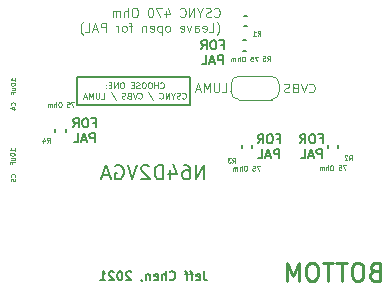
<source format=gbr>
G04 #@! TF.GenerationSoftware,KiCad,Pcbnew,(5.1.10-1-10_14)*
G04 #@! TF.CreationDate,2021-10-04T15:41:53-04:00*
G04 #@! TF.ProjectId,N64D2VGA,4e363444-3256-4474-912e-6b696361645f,1*
G04 #@! TF.SameCoordinates,Original*
G04 #@! TF.FileFunction,Legend,Bot*
G04 #@! TF.FilePolarity,Positive*
%FSLAX46Y46*%
G04 Gerber Fmt 4.6, Leading zero omitted, Abs format (unit mm)*
G04 Created by KiCad (PCBNEW (5.1.10-1-10_14)) date 2021-10-04 15:41:53*
%MOMM*%
%LPD*%
G01*
G04 APERTURE LIST*
%ADD10C,0.250000*%
%ADD11C,0.100000*%
%ADD12C,0.127000*%
%ADD13C,0.200000*%
%ADD14C,0.125000*%
%ADD15C,0.120000*%
%ADD16C,0.098425*%
%ADD17C,1.801600*%
%ADD18C,4.167600*%
%ADD19C,0.152400*%
%ADD20O,3.117600X1.609600*%
G04 APERTURE END LIST*
D10*
X159624285Y-115122857D02*
X159410000Y-115194285D01*
X159338571Y-115265714D01*
X159267142Y-115408571D01*
X159267142Y-115622857D01*
X159338571Y-115765714D01*
X159410000Y-115837142D01*
X159552857Y-115908571D01*
X160124285Y-115908571D01*
X160124285Y-114408571D01*
X159624285Y-114408571D01*
X159481428Y-114480000D01*
X159410000Y-114551428D01*
X159338571Y-114694285D01*
X159338571Y-114837142D01*
X159410000Y-114980000D01*
X159481428Y-115051428D01*
X159624285Y-115122857D01*
X160124285Y-115122857D01*
X158338571Y-114408571D02*
X158052857Y-114408571D01*
X157910000Y-114480000D01*
X157767142Y-114622857D01*
X157695714Y-114908571D01*
X157695714Y-115408571D01*
X157767142Y-115694285D01*
X157910000Y-115837142D01*
X158052857Y-115908571D01*
X158338571Y-115908571D01*
X158481428Y-115837142D01*
X158624285Y-115694285D01*
X158695714Y-115408571D01*
X158695714Y-114908571D01*
X158624285Y-114622857D01*
X158481428Y-114480000D01*
X158338571Y-114408571D01*
X157267142Y-114408571D02*
X156410000Y-114408571D01*
X156838571Y-115908571D02*
X156838571Y-114408571D01*
X156124285Y-114408571D02*
X155267142Y-114408571D01*
X155695714Y-115908571D02*
X155695714Y-114408571D01*
X154481428Y-114408571D02*
X154195714Y-114408571D01*
X154052857Y-114480000D01*
X153910000Y-114622857D01*
X153838571Y-114908571D01*
X153838571Y-115408571D01*
X153910000Y-115694285D01*
X154052857Y-115837142D01*
X154195714Y-115908571D01*
X154481428Y-115908571D01*
X154624285Y-115837142D01*
X154767142Y-115694285D01*
X154838571Y-115408571D01*
X154838571Y-114908571D01*
X154767142Y-114622857D01*
X154624285Y-114480000D01*
X154481428Y-114408571D01*
X153195714Y-115908571D02*
X153195714Y-114408571D01*
X152695714Y-115480000D01*
X152195714Y-114408571D01*
X152195714Y-115908571D01*
D11*
X129210952Y-99021428D02*
X129210952Y-98792857D01*
X129210952Y-98907142D02*
X128810952Y-98907142D01*
X128868095Y-98869047D01*
X128906190Y-98830952D01*
X128925238Y-98792857D01*
X128810952Y-99269047D02*
X128810952Y-99307142D01*
X128830000Y-99345238D01*
X128849047Y-99364285D01*
X128887142Y-99383333D01*
X128963333Y-99402380D01*
X129058571Y-99402380D01*
X129134761Y-99383333D01*
X129172857Y-99364285D01*
X129191904Y-99345238D01*
X129210952Y-99307142D01*
X129210952Y-99269047D01*
X129191904Y-99230952D01*
X129172857Y-99211904D01*
X129134761Y-99192857D01*
X129058571Y-99173809D01*
X128963333Y-99173809D01*
X128887142Y-99192857D01*
X128849047Y-99211904D01*
X128830000Y-99230952D01*
X128810952Y-99269047D01*
X128944285Y-99745238D02*
X129210952Y-99745238D01*
X128944285Y-99573809D02*
X129153809Y-99573809D01*
X129191904Y-99592857D01*
X129210952Y-99630952D01*
X129210952Y-99688095D01*
X129191904Y-99726190D01*
X129172857Y-99745238D01*
X129001428Y-100069047D02*
X129001428Y-99935714D01*
X129210952Y-99935714D02*
X128810952Y-99935714D01*
X128810952Y-100126190D01*
X129160952Y-104951428D02*
X129160952Y-104722857D01*
X129160952Y-104837142D02*
X128760952Y-104837142D01*
X128818095Y-104799047D01*
X128856190Y-104760952D01*
X128875238Y-104722857D01*
X128760952Y-105199047D02*
X128760952Y-105237142D01*
X128780000Y-105275238D01*
X128799047Y-105294285D01*
X128837142Y-105313333D01*
X128913333Y-105332380D01*
X129008571Y-105332380D01*
X129084761Y-105313333D01*
X129122857Y-105294285D01*
X129141904Y-105275238D01*
X129160952Y-105237142D01*
X129160952Y-105199047D01*
X129141904Y-105160952D01*
X129122857Y-105141904D01*
X129084761Y-105122857D01*
X129008571Y-105103809D01*
X128913333Y-105103809D01*
X128837142Y-105122857D01*
X128799047Y-105141904D01*
X128780000Y-105160952D01*
X128760952Y-105199047D01*
X128894285Y-105675238D02*
X129160952Y-105675238D01*
X128894285Y-105503809D02*
X129103809Y-105503809D01*
X129141904Y-105522857D01*
X129160952Y-105560952D01*
X129160952Y-105618095D01*
X129141904Y-105656190D01*
X129122857Y-105675238D01*
X128951428Y-105999047D02*
X128951428Y-105865714D01*
X129160952Y-105865714D02*
X128760952Y-105865714D01*
X128760952Y-106056190D01*
X134223333Y-100800952D02*
X133956666Y-100800952D01*
X134128095Y-101200952D01*
X133613809Y-100800952D02*
X133804285Y-100800952D01*
X133823333Y-100991428D01*
X133804285Y-100972380D01*
X133766190Y-100953333D01*
X133670952Y-100953333D01*
X133632857Y-100972380D01*
X133613809Y-100991428D01*
X133594761Y-101029523D01*
X133594761Y-101124761D01*
X133613809Y-101162857D01*
X133632857Y-101181904D01*
X133670952Y-101200952D01*
X133766190Y-101200952D01*
X133804285Y-101181904D01*
X133823333Y-101162857D01*
X133042380Y-100800952D02*
X132966190Y-100800952D01*
X132928095Y-100820000D01*
X132890000Y-100858095D01*
X132870952Y-100934285D01*
X132870952Y-101067619D01*
X132890000Y-101143809D01*
X132928095Y-101181904D01*
X132966190Y-101200952D01*
X133042380Y-101200952D01*
X133080476Y-101181904D01*
X133118571Y-101143809D01*
X133137619Y-101067619D01*
X133137619Y-100934285D01*
X133118571Y-100858095D01*
X133080476Y-100820000D01*
X133042380Y-100800952D01*
X132699523Y-101200952D02*
X132699523Y-100800952D01*
X132528095Y-101200952D02*
X132528095Y-100991428D01*
X132547142Y-100953333D01*
X132585238Y-100934285D01*
X132642380Y-100934285D01*
X132680476Y-100953333D01*
X132699523Y-100972380D01*
X132337619Y-101200952D02*
X132337619Y-100934285D01*
X132337619Y-100972380D02*
X132318571Y-100953333D01*
X132280476Y-100934285D01*
X132223333Y-100934285D01*
X132185238Y-100953333D01*
X132166190Y-100991428D01*
X132166190Y-101200952D01*
X132166190Y-100991428D02*
X132147142Y-100953333D01*
X132109047Y-100934285D01*
X132051904Y-100934285D01*
X132013809Y-100953333D01*
X131994761Y-100991428D01*
X131994761Y-101200952D01*
X157223333Y-106160952D02*
X156956666Y-106160952D01*
X157128095Y-106560952D01*
X156613809Y-106160952D02*
X156804285Y-106160952D01*
X156823333Y-106351428D01*
X156804285Y-106332380D01*
X156766190Y-106313333D01*
X156670952Y-106313333D01*
X156632857Y-106332380D01*
X156613809Y-106351428D01*
X156594761Y-106389523D01*
X156594761Y-106484761D01*
X156613809Y-106522857D01*
X156632857Y-106541904D01*
X156670952Y-106560952D01*
X156766190Y-106560952D01*
X156804285Y-106541904D01*
X156823333Y-106522857D01*
X156042380Y-106160952D02*
X155966190Y-106160952D01*
X155928095Y-106180000D01*
X155890000Y-106218095D01*
X155870952Y-106294285D01*
X155870952Y-106427619D01*
X155890000Y-106503809D01*
X155928095Y-106541904D01*
X155966190Y-106560952D01*
X156042380Y-106560952D01*
X156080476Y-106541904D01*
X156118571Y-106503809D01*
X156137619Y-106427619D01*
X156137619Y-106294285D01*
X156118571Y-106218095D01*
X156080476Y-106180000D01*
X156042380Y-106160952D01*
X155699523Y-106560952D02*
X155699523Y-106160952D01*
X155528095Y-106560952D02*
X155528095Y-106351428D01*
X155547142Y-106313333D01*
X155585238Y-106294285D01*
X155642380Y-106294285D01*
X155680476Y-106313333D01*
X155699523Y-106332380D01*
X155337619Y-106560952D02*
X155337619Y-106294285D01*
X155337619Y-106332380D02*
X155318571Y-106313333D01*
X155280476Y-106294285D01*
X155223333Y-106294285D01*
X155185238Y-106313333D01*
X155166190Y-106351428D01*
X155166190Y-106560952D01*
X155166190Y-106351428D02*
X155147142Y-106313333D01*
X155109047Y-106294285D01*
X155051904Y-106294285D01*
X155013809Y-106313333D01*
X154994761Y-106351428D01*
X154994761Y-106560952D01*
X149913333Y-106190952D02*
X149646666Y-106190952D01*
X149818095Y-106590952D01*
X149303809Y-106190952D02*
X149494285Y-106190952D01*
X149513333Y-106381428D01*
X149494285Y-106362380D01*
X149456190Y-106343333D01*
X149360952Y-106343333D01*
X149322857Y-106362380D01*
X149303809Y-106381428D01*
X149284761Y-106419523D01*
X149284761Y-106514761D01*
X149303809Y-106552857D01*
X149322857Y-106571904D01*
X149360952Y-106590952D01*
X149456190Y-106590952D01*
X149494285Y-106571904D01*
X149513333Y-106552857D01*
X148732380Y-106190952D02*
X148656190Y-106190952D01*
X148618095Y-106210000D01*
X148580000Y-106248095D01*
X148560952Y-106324285D01*
X148560952Y-106457619D01*
X148580000Y-106533809D01*
X148618095Y-106571904D01*
X148656190Y-106590952D01*
X148732380Y-106590952D01*
X148770476Y-106571904D01*
X148808571Y-106533809D01*
X148827619Y-106457619D01*
X148827619Y-106324285D01*
X148808571Y-106248095D01*
X148770476Y-106210000D01*
X148732380Y-106190952D01*
X148389523Y-106590952D02*
X148389523Y-106190952D01*
X148218095Y-106590952D02*
X148218095Y-106381428D01*
X148237142Y-106343333D01*
X148275238Y-106324285D01*
X148332380Y-106324285D01*
X148370476Y-106343333D01*
X148389523Y-106362380D01*
X148027619Y-106590952D02*
X148027619Y-106324285D01*
X148027619Y-106362380D02*
X148008571Y-106343333D01*
X147970476Y-106324285D01*
X147913333Y-106324285D01*
X147875238Y-106343333D01*
X147856190Y-106381428D01*
X147856190Y-106590952D01*
X147856190Y-106381428D02*
X147837142Y-106343333D01*
X147799047Y-106324285D01*
X147741904Y-106324285D01*
X147703809Y-106343333D01*
X147684761Y-106381428D01*
X147684761Y-106590952D01*
X149743333Y-96940952D02*
X149476666Y-96940952D01*
X149648095Y-97340952D01*
X149133809Y-96940952D02*
X149324285Y-96940952D01*
X149343333Y-97131428D01*
X149324285Y-97112380D01*
X149286190Y-97093333D01*
X149190952Y-97093333D01*
X149152857Y-97112380D01*
X149133809Y-97131428D01*
X149114761Y-97169523D01*
X149114761Y-97264761D01*
X149133809Y-97302857D01*
X149152857Y-97321904D01*
X149190952Y-97340952D01*
X149286190Y-97340952D01*
X149324285Y-97321904D01*
X149343333Y-97302857D01*
X148562380Y-96940952D02*
X148486190Y-96940952D01*
X148448095Y-96960000D01*
X148410000Y-96998095D01*
X148390952Y-97074285D01*
X148390952Y-97207619D01*
X148410000Y-97283809D01*
X148448095Y-97321904D01*
X148486190Y-97340952D01*
X148562380Y-97340952D01*
X148600476Y-97321904D01*
X148638571Y-97283809D01*
X148657619Y-97207619D01*
X148657619Y-97074285D01*
X148638571Y-96998095D01*
X148600476Y-96960000D01*
X148562380Y-96940952D01*
X148219523Y-97340952D02*
X148219523Y-96940952D01*
X148048095Y-97340952D02*
X148048095Y-97131428D01*
X148067142Y-97093333D01*
X148105238Y-97074285D01*
X148162380Y-97074285D01*
X148200476Y-97093333D01*
X148219523Y-97112380D01*
X147857619Y-97340952D02*
X147857619Y-97074285D01*
X147857619Y-97112380D02*
X147838571Y-97093333D01*
X147800476Y-97074285D01*
X147743333Y-97074285D01*
X147705238Y-97093333D01*
X147686190Y-97131428D01*
X147686190Y-97340952D01*
X147686190Y-97131428D02*
X147667142Y-97093333D01*
X147629047Y-97074285D01*
X147571904Y-97074285D01*
X147533809Y-97093333D01*
X147514761Y-97131428D01*
X147514761Y-97340952D01*
D12*
X146611285Y-95920571D02*
X146865285Y-95920571D01*
X146865285Y-96319714D02*
X146865285Y-95557714D01*
X146502428Y-95557714D01*
X146067000Y-95557714D02*
X145921857Y-95557714D01*
X145849285Y-95594000D01*
X145776714Y-95666571D01*
X145740428Y-95811714D01*
X145740428Y-96065714D01*
X145776714Y-96210857D01*
X145849285Y-96283428D01*
X145921857Y-96319714D01*
X146067000Y-96319714D01*
X146139571Y-96283428D01*
X146212142Y-96210857D01*
X146248428Y-96065714D01*
X146248428Y-95811714D01*
X146212142Y-95666571D01*
X146139571Y-95594000D01*
X146067000Y-95557714D01*
X144978428Y-96319714D02*
X145232428Y-95956857D01*
X145413857Y-96319714D02*
X145413857Y-95557714D01*
X145123571Y-95557714D01*
X145051000Y-95594000D01*
X145014714Y-95630285D01*
X144978428Y-95702857D01*
X144978428Y-95811714D01*
X145014714Y-95884285D01*
X145051000Y-95920571D01*
X145123571Y-95956857D01*
X145413857Y-95956857D01*
X146774571Y-97589714D02*
X146774571Y-96827714D01*
X146484285Y-96827714D01*
X146411714Y-96864000D01*
X146375428Y-96900285D01*
X146339142Y-96972857D01*
X146339142Y-97081714D01*
X146375428Y-97154285D01*
X146411714Y-97190571D01*
X146484285Y-97226857D01*
X146774571Y-97226857D01*
X146048857Y-97372000D02*
X145686000Y-97372000D01*
X146121428Y-97589714D02*
X145867428Y-96827714D01*
X145613428Y-97589714D01*
X144996571Y-97589714D02*
X145359428Y-97589714D01*
X145359428Y-96827714D01*
X154981285Y-103870571D02*
X155235285Y-103870571D01*
X155235285Y-104269714D02*
X155235285Y-103507714D01*
X154872428Y-103507714D01*
X154437000Y-103507714D02*
X154291857Y-103507714D01*
X154219285Y-103544000D01*
X154146714Y-103616571D01*
X154110428Y-103761714D01*
X154110428Y-104015714D01*
X154146714Y-104160857D01*
X154219285Y-104233428D01*
X154291857Y-104269714D01*
X154437000Y-104269714D01*
X154509571Y-104233428D01*
X154582142Y-104160857D01*
X154618428Y-104015714D01*
X154618428Y-103761714D01*
X154582142Y-103616571D01*
X154509571Y-103544000D01*
X154437000Y-103507714D01*
X153348428Y-104269714D02*
X153602428Y-103906857D01*
X153783857Y-104269714D02*
X153783857Y-103507714D01*
X153493571Y-103507714D01*
X153421000Y-103544000D01*
X153384714Y-103580285D01*
X153348428Y-103652857D01*
X153348428Y-103761714D01*
X153384714Y-103834285D01*
X153421000Y-103870571D01*
X153493571Y-103906857D01*
X153783857Y-103906857D01*
X155144571Y-105539714D02*
X155144571Y-104777714D01*
X154854285Y-104777714D01*
X154781714Y-104814000D01*
X154745428Y-104850285D01*
X154709142Y-104922857D01*
X154709142Y-105031714D01*
X154745428Y-105104285D01*
X154781714Y-105140571D01*
X154854285Y-105176857D01*
X155144571Y-105176857D01*
X154418857Y-105322000D02*
X154056000Y-105322000D01*
X154491428Y-105539714D02*
X154237428Y-104777714D01*
X153983428Y-105539714D01*
X153366571Y-105539714D02*
X153729428Y-105539714D01*
X153729428Y-104777714D01*
X151391285Y-103880571D02*
X151645285Y-103880571D01*
X151645285Y-104279714D02*
X151645285Y-103517714D01*
X151282428Y-103517714D01*
X150847000Y-103517714D02*
X150701857Y-103517714D01*
X150629285Y-103554000D01*
X150556714Y-103626571D01*
X150520428Y-103771714D01*
X150520428Y-104025714D01*
X150556714Y-104170857D01*
X150629285Y-104243428D01*
X150701857Y-104279714D01*
X150847000Y-104279714D01*
X150919571Y-104243428D01*
X150992142Y-104170857D01*
X151028428Y-104025714D01*
X151028428Y-103771714D01*
X150992142Y-103626571D01*
X150919571Y-103554000D01*
X150847000Y-103517714D01*
X149758428Y-104279714D02*
X150012428Y-103916857D01*
X150193857Y-104279714D02*
X150193857Y-103517714D01*
X149903571Y-103517714D01*
X149831000Y-103554000D01*
X149794714Y-103590285D01*
X149758428Y-103662857D01*
X149758428Y-103771714D01*
X149794714Y-103844285D01*
X149831000Y-103880571D01*
X149903571Y-103916857D01*
X150193857Y-103916857D01*
X151554571Y-105549714D02*
X151554571Y-104787714D01*
X151264285Y-104787714D01*
X151191714Y-104824000D01*
X151155428Y-104860285D01*
X151119142Y-104932857D01*
X151119142Y-105041714D01*
X151155428Y-105114285D01*
X151191714Y-105150571D01*
X151264285Y-105186857D01*
X151554571Y-105186857D01*
X150828857Y-105332000D02*
X150466000Y-105332000D01*
X150901428Y-105549714D02*
X150647428Y-104787714D01*
X150393428Y-105549714D01*
X149776571Y-105549714D02*
X150139428Y-105549714D01*
X150139428Y-104787714D01*
X135771285Y-102540571D02*
X136025285Y-102540571D01*
X136025285Y-102939714D02*
X136025285Y-102177714D01*
X135662428Y-102177714D01*
X135227000Y-102177714D02*
X135081857Y-102177714D01*
X135009285Y-102214000D01*
X134936714Y-102286571D01*
X134900428Y-102431714D01*
X134900428Y-102685714D01*
X134936714Y-102830857D01*
X135009285Y-102903428D01*
X135081857Y-102939714D01*
X135227000Y-102939714D01*
X135299571Y-102903428D01*
X135372142Y-102830857D01*
X135408428Y-102685714D01*
X135408428Y-102431714D01*
X135372142Y-102286571D01*
X135299571Y-102214000D01*
X135227000Y-102177714D01*
X134138428Y-102939714D02*
X134392428Y-102576857D01*
X134573857Y-102939714D02*
X134573857Y-102177714D01*
X134283571Y-102177714D01*
X134211000Y-102214000D01*
X134174714Y-102250285D01*
X134138428Y-102322857D01*
X134138428Y-102431714D01*
X134174714Y-102504285D01*
X134211000Y-102540571D01*
X134283571Y-102576857D01*
X134573857Y-102576857D01*
X135934571Y-104209714D02*
X135934571Y-103447714D01*
X135644285Y-103447714D01*
X135571714Y-103484000D01*
X135535428Y-103520285D01*
X135499142Y-103592857D01*
X135499142Y-103701714D01*
X135535428Y-103774285D01*
X135571714Y-103810571D01*
X135644285Y-103846857D01*
X135934571Y-103846857D01*
X135208857Y-103992000D02*
X134846000Y-103992000D01*
X135281428Y-104209714D02*
X135027428Y-103447714D01*
X134773428Y-104209714D01*
X134156571Y-104209714D02*
X134519428Y-104209714D01*
X134519428Y-103447714D01*
X144020000Y-101050000D02*
X144020000Y-98650000D01*
X134450000Y-101050000D02*
X144020000Y-101050000D01*
X134450000Y-98650000D02*
X134450000Y-101050000D01*
X144020000Y-98650000D02*
X134450000Y-98650000D01*
X145183571Y-115102714D02*
X145183571Y-115647000D01*
X145219857Y-115755857D01*
X145292428Y-115828428D01*
X145401285Y-115864714D01*
X145473857Y-115864714D01*
X144530428Y-115828428D02*
X144603000Y-115864714D01*
X144748142Y-115864714D01*
X144820714Y-115828428D01*
X144857000Y-115755857D01*
X144857000Y-115465571D01*
X144820714Y-115393000D01*
X144748142Y-115356714D01*
X144603000Y-115356714D01*
X144530428Y-115393000D01*
X144494142Y-115465571D01*
X144494142Y-115538142D01*
X144857000Y-115610714D01*
X144276428Y-115356714D02*
X143986142Y-115356714D01*
X144167571Y-115864714D02*
X144167571Y-115211571D01*
X144131285Y-115139000D01*
X144058714Y-115102714D01*
X143986142Y-115102714D01*
X143841000Y-115356714D02*
X143550714Y-115356714D01*
X143732142Y-115864714D02*
X143732142Y-115211571D01*
X143695857Y-115139000D01*
X143623285Y-115102714D01*
X143550714Y-115102714D01*
X142280714Y-115792142D02*
X142317000Y-115828428D01*
X142425857Y-115864714D01*
X142498428Y-115864714D01*
X142607285Y-115828428D01*
X142679857Y-115755857D01*
X142716142Y-115683285D01*
X142752428Y-115538142D01*
X142752428Y-115429285D01*
X142716142Y-115284142D01*
X142679857Y-115211571D01*
X142607285Y-115139000D01*
X142498428Y-115102714D01*
X142425857Y-115102714D01*
X142317000Y-115139000D01*
X142280714Y-115175285D01*
X141954142Y-115864714D02*
X141954142Y-115102714D01*
X141627571Y-115864714D02*
X141627571Y-115465571D01*
X141663857Y-115393000D01*
X141736428Y-115356714D01*
X141845285Y-115356714D01*
X141917857Y-115393000D01*
X141954142Y-115429285D01*
X140974428Y-115828428D02*
X141047000Y-115864714D01*
X141192142Y-115864714D01*
X141264714Y-115828428D01*
X141301000Y-115755857D01*
X141301000Y-115465571D01*
X141264714Y-115393000D01*
X141192142Y-115356714D01*
X141047000Y-115356714D01*
X140974428Y-115393000D01*
X140938142Y-115465571D01*
X140938142Y-115538142D01*
X141301000Y-115610714D01*
X140611571Y-115356714D02*
X140611571Y-115864714D01*
X140611571Y-115429285D02*
X140575285Y-115393000D01*
X140502714Y-115356714D01*
X140393857Y-115356714D01*
X140321285Y-115393000D01*
X140285000Y-115465571D01*
X140285000Y-115864714D01*
X139885857Y-115828428D02*
X139885857Y-115864714D01*
X139922142Y-115937285D01*
X139958428Y-115973571D01*
X139015000Y-115175285D02*
X138978714Y-115139000D01*
X138906142Y-115102714D01*
X138724714Y-115102714D01*
X138652142Y-115139000D01*
X138615857Y-115175285D01*
X138579571Y-115247857D01*
X138579571Y-115320428D01*
X138615857Y-115429285D01*
X139051285Y-115864714D01*
X138579571Y-115864714D01*
X138107857Y-115102714D02*
X138035285Y-115102714D01*
X137962714Y-115139000D01*
X137926428Y-115175285D01*
X137890142Y-115247857D01*
X137853857Y-115393000D01*
X137853857Y-115574428D01*
X137890142Y-115719571D01*
X137926428Y-115792142D01*
X137962714Y-115828428D01*
X138035285Y-115864714D01*
X138107857Y-115864714D01*
X138180428Y-115828428D01*
X138216714Y-115792142D01*
X138253000Y-115719571D01*
X138289285Y-115574428D01*
X138289285Y-115393000D01*
X138253000Y-115247857D01*
X138216714Y-115175285D01*
X138180428Y-115139000D01*
X138107857Y-115102714D01*
X137563571Y-115175285D02*
X137527285Y-115139000D01*
X137454714Y-115102714D01*
X137273285Y-115102714D01*
X137200714Y-115139000D01*
X137164428Y-115175285D01*
X137128142Y-115247857D01*
X137128142Y-115320428D01*
X137164428Y-115429285D01*
X137599857Y-115864714D01*
X137128142Y-115864714D01*
X136402428Y-115864714D02*
X136837857Y-115864714D01*
X136620142Y-115864714D02*
X136620142Y-115102714D01*
X136692714Y-115211571D01*
X136765285Y-115284142D01*
X136837857Y-115320428D01*
D13*
X145235714Y-107322857D02*
X145235714Y-106122857D01*
X144550000Y-107322857D01*
X144550000Y-106122857D01*
X143464285Y-106122857D02*
X143692857Y-106122857D01*
X143807142Y-106180000D01*
X143864285Y-106237142D01*
X143978571Y-106408571D01*
X144035714Y-106637142D01*
X144035714Y-107094285D01*
X143978571Y-107208571D01*
X143921428Y-107265714D01*
X143807142Y-107322857D01*
X143578571Y-107322857D01*
X143464285Y-107265714D01*
X143407142Y-107208571D01*
X143350000Y-107094285D01*
X143350000Y-106808571D01*
X143407142Y-106694285D01*
X143464285Y-106637142D01*
X143578571Y-106580000D01*
X143807142Y-106580000D01*
X143921428Y-106637142D01*
X143978571Y-106694285D01*
X144035714Y-106808571D01*
X142321428Y-106522857D02*
X142321428Y-107322857D01*
X142607142Y-106065714D02*
X142892857Y-106922857D01*
X142150000Y-106922857D01*
X141692857Y-107322857D02*
X141692857Y-106122857D01*
X141407142Y-106122857D01*
X141235714Y-106180000D01*
X141121428Y-106294285D01*
X141064285Y-106408571D01*
X141007142Y-106637142D01*
X141007142Y-106808571D01*
X141064285Y-107037142D01*
X141121428Y-107151428D01*
X141235714Y-107265714D01*
X141407142Y-107322857D01*
X141692857Y-107322857D01*
X140550000Y-106237142D02*
X140492857Y-106180000D01*
X140378571Y-106122857D01*
X140092857Y-106122857D01*
X139978571Y-106180000D01*
X139921428Y-106237142D01*
X139864285Y-106351428D01*
X139864285Y-106465714D01*
X139921428Y-106637142D01*
X140607142Y-107322857D01*
X139864285Y-107322857D01*
X139521428Y-106122857D02*
X139121428Y-107322857D01*
X138721428Y-106122857D01*
X137692857Y-106180000D02*
X137807142Y-106122857D01*
X137978571Y-106122857D01*
X138150000Y-106180000D01*
X138264285Y-106294285D01*
X138321428Y-106408571D01*
X138378571Y-106637142D01*
X138378571Y-106808571D01*
X138321428Y-107037142D01*
X138264285Y-107151428D01*
X138150000Y-107265714D01*
X137978571Y-107322857D01*
X137864285Y-107322857D01*
X137692857Y-107265714D01*
X137635714Y-107208571D01*
X137635714Y-106808571D01*
X137864285Y-106808571D01*
X137178571Y-106980000D02*
X136607142Y-106980000D01*
X137292857Y-107322857D02*
X136892857Y-106122857D01*
X136492857Y-107322857D01*
D14*
X141494761Y-99581071D02*
X141518571Y-99604880D01*
X141590000Y-99628690D01*
X141637619Y-99628690D01*
X141709047Y-99604880D01*
X141756666Y-99557261D01*
X141780476Y-99509642D01*
X141804285Y-99414404D01*
X141804285Y-99342976D01*
X141780476Y-99247738D01*
X141756666Y-99200119D01*
X141709047Y-99152500D01*
X141637619Y-99128690D01*
X141590000Y-99128690D01*
X141518571Y-99152500D01*
X141494761Y-99176309D01*
X141280476Y-99628690D02*
X141280476Y-99128690D01*
X141280476Y-99366785D02*
X140994761Y-99366785D01*
X140994761Y-99628690D02*
X140994761Y-99128690D01*
X140661428Y-99128690D02*
X140566190Y-99128690D01*
X140518571Y-99152500D01*
X140470952Y-99200119D01*
X140447142Y-99295357D01*
X140447142Y-99462023D01*
X140470952Y-99557261D01*
X140518571Y-99604880D01*
X140566190Y-99628690D01*
X140661428Y-99628690D01*
X140709047Y-99604880D01*
X140756666Y-99557261D01*
X140780476Y-99462023D01*
X140780476Y-99295357D01*
X140756666Y-99200119D01*
X140709047Y-99152500D01*
X140661428Y-99128690D01*
X140137619Y-99128690D02*
X140042380Y-99128690D01*
X139994761Y-99152500D01*
X139947142Y-99200119D01*
X139923333Y-99295357D01*
X139923333Y-99462023D01*
X139947142Y-99557261D01*
X139994761Y-99604880D01*
X140042380Y-99628690D01*
X140137619Y-99628690D01*
X140185238Y-99604880D01*
X140232857Y-99557261D01*
X140256666Y-99462023D01*
X140256666Y-99295357D01*
X140232857Y-99200119D01*
X140185238Y-99152500D01*
X140137619Y-99128690D01*
X139732857Y-99604880D02*
X139661428Y-99628690D01*
X139542380Y-99628690D01*
X139494761Y-99604880D01*
X139470952Y-99581071D01*
X139447142Y-99533452D01*
X139447142Y-99485833D01*
X139470952Y-99438214D01*
X139494761Y-99414404D01*
X139542380Y-99390595D01*
X139637619Y-99366785D01*
X139685238Y-99342976D01*
X139709047Y-99319166D01*
X139732857Y-99271547D01*
X139732857Y-99223928D01*
X139709047Y-99176309D01*
X139685238Y-99152500D01*
X139637619Y-99128690D01*
X139518571Y-99128690D01*
X139447142Y-99152500D01*
X139232857Y-99366785D02*
X139066190Y-99366785D01*
X138994761Y-99628690D02*
X139232857Y-99628690D01*
X139232857Y-99128690D01*
X138994761Y-99128690D01*
X138304285Y-99128690D02*
X138209047Y-99128690D01*
X138161428Y-99152500D01*
X138113809Y-99200119D01*
X138090000Y-99295357D01*
X138090000Y-99462023D01*
X138113809Y-99557261D01*
X138161428Y-99604880D01*
X138209047Y-99628690D01*
X138304285Y-99628690D01*
X138351904Y-99604880D01*
X138399523Y-99557261D01*
X138423333Y-99462023D01*
X138423333Y-99295357D01*
X138399523Y-99200119D01*
X138351904Y-99152500D01*
X138304285Y-99128690D01*
X137875714Y-99628690D02*
X137875714Y-99128690D01*
X137590000Y-99628690D01*
X137590000Y-99128690D01*
X137351904Y-99366785D02*
X137185238Y-99366785D01*
X137113809Y-99628690D02*
X137351904Y-99628690D01*
X137351904Y-99128690D01*
X137113809Y-99128690D01*
X136899523Y-99581071D02*
X136875714Y-99604880D01*
X136899523Y-99628690D01*
X136923333Y-99604880D01*
X136899523Y-99581071D01*
X136899523Y-99628690D01*
X136899523Y-99319166D02*
X136875714Y-99342976D01*
X136899523Y-99366785D01*
X136923333Y-99342976D01*
X136899523Y-99319166D01*
X136899523Y-99366785D01*
X143351904Y-100456071D02*
X143375714Y-100479880D01*
X143447142Y-100503690D01*
X143494761Y-100503690D01*
X143566190Y-100479880D01*
X143613809Y-100432261D01*
X143637619Y-100384642D01*
X143661428Y-100289404D01*
X143661428Y-100217976D01*
X143637619Y-100122738D01*
X143613809Y-100075119D01*
X143566190Y-100027500D01*
X143494761Y-100003690D01*
X143447142Y-100003690D01*
X143375714Y-100027500D01*
X143351904Y-100051309D01*
X143161428Y-100479880D02*
X143090000Y-100503690D01*
X142970952Y-100503690D01*
X142923333Y-100479880D01*
X142899523Y-100456071D01*
X142875714Y-100408452D01*
X142875714Y-100360833D01*
X142899523Y-100313214D01*
X142923333Y-100289404D01*
X142970952Y-100265595D01*
X143066190Y-100241785D01*
X143113809Y-100217976D01*
X143137619Y-100194166D01*
X143161428Y-100146547D01*
X143161428Y-100098928D01*
X143137619Y-100051309D01*
X143113809Y-100027500D01*
X143066190Y-100003690D01*
X142947142Y-100003690D01*
X142875714Y-100027500D01*
X142566190Y-100265595D02*
X142566190Y-100503690D01*
X142732857Y-100003690D02*
X142566190Y-100265595D01*
X142399523Y-100003690D01*
X142232857Y-100503690D02*
X142232857Y-100003690D01*
X141947142Y-100503690D01*
X141947142Y-100003690D01*
X141423333Y-100456071D02*
X141447142Y-100479880D01*
X141518571Y-100503690D01*
X141566190Y-100503690D01*
X141637619Y-100479880D01*
X141685238Y-100432261D01*
X141709047Y-100384642D01*
X141732857Y-100289404D01*
X141732857Y-100217976D01*
X141709047Y-100122738D01*
X141685238Y-100075119D01*
X141637619Y-100027500D01*
X141566190Y-100003690D01*
X141518571Y-100003690D01*
X141447142Y-100027500D01*
X141423333Y-100051309D01*
X140470952Y-99979880D02*
X140899523Y-100622738D01*
X139637619Y-100456071D02*
X139661428Y-100479880D01*
X139732857Y-100503690D01*
X139780476Y-100503690D01*
X139851904Y-100479880D01*
X139899523Y-100432261D01*
X139923333Y-100384642D01*
X139947142Y-100289404D01*
X139947142Y-100217976D01*
X139923333Y-100122738D01*
X139899523Y-100075119D01*
X139851904Y-100027500D01*
X139780476Y-100003690D01*
X139732857Y-100003690D01*
X139661428Y-100027500D01*
X139637619Y-100051309D01*
X139494761Y-100003690D02*
X139328095Y-100503690D01*
X139161428Y-100003690D01*
X138828095Y-100241785D02*
X138756666Y-100265595D01*
X138732857Y-100289404D01*
X138709047Y-100337023D01*
X138709047Y-100408452D01*
X138732857Y-100456071D01*
X138756666Y-100479880D01*
X138804285Y-100503690D01*
X138994761Y-100503690D01*
X138994761Y-100003690D01*
X138828095Y-100003690D01*
X138780476Y-100027500D01*
X138756666Y-100051309D01*
X138732857Y-100098928D01*
X138732857Y-100146547D01*
X138756666Y-100194166D01*
X138780476Y-100217976D01*
X138828095Y-100241785D01*
X138994761Y-100241785D01*
X138518571Y-100479880D02*
X138447142Y-100503690D01*
X138328095Y-100503690D01*
X138280476Y-100479880D01*
X138256666Y-100456071D01*
X138232857Y-100408452D01*
X138232857Y-100360833D01*
X138256666Y-100313214D01*
X138280476Y-100289404D01*
X138328095Y-100265595D01*
X138423333Y-100241785D01*
X138470952Y-100217976D01*
X138494761Y-100194166D01*
X138518571Y-100146547D01*
X138518571Y-100098928D01*
X138494761Y-100051309D01*
X138470952Y-100027500D01*
X138423333Y-100003690D01*
X138304285Y-100003690D01*
X138232857Y-100027500D01*
X137280476Y-99979880D02*
X137709047Y-100622738D01*
X136494761Y-100503690D02*
X136732857Y-100503690D01*
X136732857Y-100003690D01*
X136328095Y-100003690D02*
X136328095Y-100408452D01*
X136304285Y-100456071D01*
X136280476Y-100479880D01*
X136232857Y-100503690D01*
X136137619Y-100503690D01*
X136090000Y-100479880D01*
X136066190Y-100456071D01*
X136042380Y-100408452D01*
X136042380Y-100003690D01*
X135804285Y-100503690D02*
X135804285Y-100003690D01*
X135637619Y-100360833D01*
X135470952Y-100003690D01*
X135470952Y-100503690D01*
X135256666Y-100360833D02*
X135018571Y-100360833D01*
X135304285Y-100503690D02*
X135137619Y-100003690D01*
X134970952Y-100503690D01*
X146061607Y-93512857D02*
X146097321Y-93548571D01*
X146204464Y-93584285D01*
X146275892Y-93584285D01*
X146383035Y-93548571D01*
X146454464Y-93477142D01*
X146490178Y-93405714D01*
X146525892Y-93262857D01*
X146525892Y-93155714D01*
X146490178Y-93012857D01*
X146454464Y-92941428D01*
X146383035Y-92870000D01*
X146275892Y-92834285D01*
X146204464Y-92834285D01*
X146097321Y-92870000D01*
X146061607Y-92905714D01*
X145775892Y-93548571D02*
X145668750Y-93584285D01*
X145490178Y-93584285D01*
X145418750Y-93548571D01*
X145383035Y-93512857D01*
X145347321Y-93441428D01*
X145347321Y-93370000D01*
X145383035Y-93298571D01*
X145418750Y-93262857D01*
X145490178Y-93227142D01*
X145633035Y-93191428D01*
X145704464Y-93155714D01*
X145740178Y-93120000D01*
X145775892Y-93048571D01*
X145775892Y-92977142D01*
X145740178Y-92905714D01*
X145704464Y-92870000D01*
X145633035Y-92834285D01*
X145454464Y-92834285D01*
X145347321Y-92870000D01*
X144883035Y-93227142D02*
X144883035Y-93584285D01*
X145133035Y-92834285D02*
X144883035Y-93227142D01*
X144633035Y-92834285D01*
X144383035Y-93584285D02*
X144383035Y-92834285D01*
X143954464Y-93584285D01*
X143954464Y-92834285D01*
X143168750Y-93512857D02*
X143204464Y-93548571D01*
X143311607Y-93584285D01*
X143383035Y-93584285D01*
X143490178Y-93548571D01*
X143561607Y-93477142D01*
X143597321Y-93405714D01*
X143633035Y-93262857D01*
X143633035Y-93155714D01*
X143597321Y-93012857D01*
X143561607Y-92941428D01*
X143490178Y-92870000D01*
X143383035Y-92834285D01*
X143311607Y-92834285D01*
X143204464Y-92870000D01*
X143168750Y-92905714D01*
X141954464Y-93084285D02*
X141954464Y-93584285D01*
X142133035Y-92798571D02*
X142311607Y-93334285D01*
X141847321Y-93334285D01*
X141633035Y-92834285D02*
X141133035Y-92834285D01*
X141454464Y-93584285D01*
X140704464Y-92834285D02*
X140633035Y-92834285D01*
X140561607Y-92870000D01*
X140525892Y-92905714D01*
X140490178Y-92977142D01*
X140454464Y-93120000D01*
X140454464Y-93298571D01*
X140490178Y-93441428D01*
X140525892Y-93512857D01*
X140561607Y-93548571D01*
X140633035Y-93584285D01*
X140704464Y-93584285D01*
X140775892Y-93548571D01*
X140811607Y-93512857D01*
X140847321Y-93441428D01*
X140883035Y-93298571D01*
X140883035Y-93120000D01*
X140847321Y-92977142D01*
X140811607Y-92905714D01*
X140775892Y-92870000D01*
X140704464Y-92834285D01*
X139418750Y-92834285D02*
X139275892Y-92834285D01*
X139204464Y-92870000D01*
X139133035Y-92941428D01*
X139097321Y-93084285D01*
X139097321Y-93334285D01*
X139133035Y-93477142D01*
X139204464Y-93548571D01*
X139275892Y-93584285D01*
X139418750Y-93584285D01*
X139490178Y-93548571D01*
X139561607Y-93477142D01*
X139597321Y-93334285D01*
X139597321Y-93084285D01*
X139561607Y-92941428D01*
X139490178Y-92870000D01*
X139418750Y-92834285D01*
X138775892Y-93584285D02*
X138775892Y-92834285D01*
X138454464Y-93584285D02*
X138454464Y-93191428D01*
X138490178Y-93120000D01*
X138561607Y-93084285D01*
X138668750Y-93084285D01*
X138740178Y-93120000D01*
X138775892Y-93155714D01*
X138097321Y-93584285D02*
X138097321Y-93084285D01*
X138097321Y-93155714D02*
X138061607Y-93120000D01*
X137990178Y-93084285D01*
X137883035Y-93084285D01*
X137811607Y-93120000D01*
X137775892Y-93191428D01*
X137775892Y-93584285D01*
X137775892Y-93191428D02*
X137740178Y-93120000D01*
X137668750Y-93084285D01*
X137561607Y-93084285D01*
X137490178Y-93120000D01*
X137454464Y-93191428D01*
X137454464Y-93584285D01*
X146275892Y-95120000D02*
X146311607Y-95084285D01*
X146383035Y-94977142D01*
X146418750Y-94905714D01*
X146454464Y-94798571D01*
X146490178Y-94620000D01*
X146490178Y-94477142D01*
X146454464Y-94298571D01*
X146418750Y-94191428D01*
X146383035Y-94120000D01*
X146311607Y-94012857D01*
X146275892Y-93977142D01*
X145633035Y-94834285D02*
X145990178Y-94834285D01*
X145990178Y-94084285D01*
X145097321Y-94798571D02*
X145168750Y-94834285D01*
X145311607Y-94834285D01*
X145383035Y-94798571D01*
X145418750Y-94727142D01*
X145418750Y-94441428D01*
X145383035Y-94370000D01*
X145311607Y-94334285D01*
X145168750Y-94334285D01*
X145097321Y-94370000D01*
X145061607Y-94441428D01*
X145061607Y-94512857D01*
X145418750Y-94584285D01*
X144418750Y-94834285D02*
X144418750Y-94441428D01*
X144454464Y-94370000D01*
X144525892Y-94334285D01*
X144668750Y-94334285D01*
X144740178Y-94370000D01*
X144418750Y-94798571D02*
X144490178Y-94834285D01*
X144668750Y-94834285D01*
X144740178Y-94798571D01*
X144775892Y-94727142D01*
X144775892Y-94655714D01*
X144740178Y-94584285D01*
X144668750Y-94548571D01*
X144490178Y-94548571D01*
X144418750Y-94512857D01*
X144133035Y-94334285D02*
X143954464Y-94834285D01*
X143775892Y-94334285D01*
X143204464Y-94798571D02*
X143275892Y-94834285D01*
X143418750Y-94834285D01*
X143490178Y-94798571D01*
X143525892Y-94727142D01*
X143525892Y-94441428D01*
X143490178Y-94370000D01*
X143418750Y-94334285D01*
X143275892Y-94334285D01*
X143204464Y-94370000D01*
X143168750Y-94441428D01*
X143168750Y-94512857D01*
X143525892Y-94584285D01*
X142168750Y-94834285D02*
X142240178Y-94798571D01*
X142275892Y-94762857D01*
X142311607Y-94691428D01*
X142311607Y-94477142D01*
X142275892Y-94405714D01*
X142240178Y-94370000D01*
X142168750Y-94334285D01*
X142061607Y-94334285D01*
X141990178Y-94370000D01*
X141954464Y-94405714D01*
X141918750Y-94477142D01*
X141918750Y-94691428D01*
X141954464Y-94762857D01*
X141990178Y-94798571D01*
X142061607Y-94834285D01*
X142168750Y-94834285D01*
X141597321Y-94334285D02*
X141597321Y-95084285D01*
X141597321Y-94370000D02*
X141525892Y-94334285D01*
X141383035Y-94334285D01*
X141311607Y-94370000D01*
X141275892Y-94405714D01*
X141240178Y-94477142D01*
X141240178Y-94691428D01*
X141275892Y-94762857D01*
X141311607Y-94798571D01*
X141383035Y-94834285D01*
X141525892Y-94834285D01*
X141597321Y-94798571D01*
X140633035Y-94798571D02*
X140704464Y-94834285D01*
X140847321Y-94834285D01*
X140918750Y-94798571D01*
X140954464Y-94727142D01*
X140954464Y-94441428D01*
X140918750Y-94370000D01*
X140847321Y-94334285D01*
X140704464Y-94334285D01*
X140633035Y-94370000D01*
X140597321Y-94441428D01*
X140597321Y-94512857D01*
X140954464Y-94584285D01*
X140275892Y-94334285D02*
X140275892Y-94834285D01*
X140275892Y-94405714D02*
X140240178Y-94370000D01*
X140168750Y-94334285D01*
X140061607Y-94334285D01*
X139990178Y-94370000D01*
X139954464Y-94441428D01*
X139954464Y-94834285D01*
X139133035Y-94334285D02*
X138847321Y-94334285D01*
X139025892Y-94834285D02*
X139025892Y-94191428D01*
X138990178Y-94120000D01*
X138918750Y-94084285D01*
X138847321Y-94084285D01*
X138490178Y-94834285D02*
X138561607Y-94798571D01*
X138597321Y-94762857D01*
X138633035Y-94691428D01*
X138633035Y-94477142D01*
X138597321Y-94405714D01*
X138561607Y-94370000D01*
X138490178Y-94334285D01*
X138383035Y-94334285D01*
X138311607Y-94370000D01*
X138275892Y-94405714D01*
X138240178Y-94477142D01*
X138240178Y-94691428D01*
X138275892Y-94762857D01*
X138311607Y-94798571D01*
X138383035Y-94834285D01*
X138490178Y-94834285D01*
X137918750Y-94834285D02*
X137918750Y-94334285D01*
X137918750Y-94477142D02*
X137883035Y-94405714D01*
X137847321Y-94370000D01*
X137775892Y-94334285D01*
X137704464Y-94334285D01*
X136883035Y-94834285D02*
X136883035Y-94084285D01*
X136597321Y-94084285D01*
X136525892Y-94120000D01*
X136490178Y-94155714D01*
X136454464Y-94227142D01*
X136454464Y-94334285D01*
X136490178Y-94405714D01*
X136525892Y-94441428D01*
X136597321Y-94477142D01*
X136883035Y-94477142D01*
X136168750Y-94620000D02*
X135811607Y-94620000D01*
X136240178Y-94834285D02*
X135990178Y-94084285D01*
X135740178Y-94834285D01*
X135133035Y-94834285D02*
X135490178Y-94834285D01*
X135490178Y-94084285D01*
X134954464Y-95120000D02*
X134918750Y-95084285D01*
X134847321Y-94977142D01*
X134811607Y-94905714D01*
X134775892Y-94798571D01*
X134740178Y-94620000D01*
X134740178Y-94477142D01*
X134775892Y-94298571D01*
X134811607Y-94191428D01*
X134847321Y-94120000D01*
X134918750Y-94012857D01*
X134954464Y-93977142D01*
X154091428Y-99907857D02*
X154127142Y-99943571D01*
X154234285Y-99979285D01*
X154305714Y-99979285D01*
X154412857Y-99943571D01*
X154484285Y-99872142D01*
X154520000Y-99800714D01*
X154555714Y-99657857D01*
X154555714Y-99550714D01*
X154520000Y-99407857D01*
X154484285Y-99336428D01*
X154412857Y-99265000D01*
X154305714Y-99229285D01*
X154234285Y-99229285D01*
X154127142Y-99265000D01*
X154091428Y-99300714D01*
X153877142Y-99229285D02*
X153627142Y-99979285D01*
X153377142Y-99229285D01*
X152877142Y-99586428D02*
X152770000Y-99622142D01*
X152734285Y-99657857D01*
X152698571Y-99729285D01*
X152698571Y-99836428D01*
X152734285Y-99907857D01*
X152770000Y-99943571D01*
X152841428Y-99979285D01*
X153127142Y-99979285D01*
X153127142Y-99229285D01*
X152877142Y-99229285D01*
X152805714Y-99265000D01*
X152770000Y-99300714D01*
X152734285Y-99372142D01*
X152734285Y-99443571D01*
X152770000Y-99515000D01*
X152805714Y-99550714D01*
X152877142Y-99586428D01*
X153127142Y-99586428D01*
X152412857Y-99943571D02*
X152305714Y-99979285D01*
X152127142Y-99979285D01*
X152055714Y-99943571D01*
X152020000Y-99907857D01*
X151984285Y-99836428D01*
X151984285Y-99765000D01*
X152020000Y-99693571D01*
X152055714Y-99657857D01*
X152127142Y-99622142D01*
X152270000Y-99586428D01*
X152341428Y-99550714D01*
X152377142Y-99515000D01*
X152412857Y-99443571D01*
X152412857Y-99372142D01*
X152377142Y-99300714D01*
X152341428Y-99265000D01*
X152270000Y-99229285D01*
X152091428Y-99229285D01*
X151984285Y-99265000D01*
X146720714Y-99939285D02*
X147077857Y-99939285D01*
X147077857Y-99189285D01*
X146470714Y-99189285D02*
X146470714Y-99796428D01*
X146435000Y-99867857D01*
X146399285Y-99903571D01*
X146327857Y-99939285D01*
X146185000Y-99939285D01*
X146113571Y-99903571D01*
X146077857Y-99867857D01*
X146042142Y-99796428D01*
X146042142Y-99189285D01*
X145685000Y-99939285D02*
X145685000Y-99189285D01*
X145435000Y-99725000D01*
X145185000Y-99189285D01*
X145185000Y-99939285D01*
X144863571Y-99725000D02*
X144506428Y-99725000D01*
X144935000Y-99939285D02*
X144685000Y-99189285D01*
X144435000Y-99939285D01*
D12*
X148750000Y-95560000D02*
X148530000Y-95560000D01*
X148750000Y-96460000D02*
X148530000Y-96460000D01*
X133520000Y-103310000D02*
X133520000Y-103090000D01*
X132620000Y-103310000D02*
X132620000Y-103090000D01*
X149270000Y-104640000D02*
X149270000Y-104420000D01*
X148370000Y-104640000D02*
X148370000Y-104420000D01*
X156570000Y-104640000D02*
X156570000Y-104420000D01*
X155670000Y-104640000D02*
X155670000Y-104420000D01*
X148590000Y-94370000D02*
X148810000Y-94370000D01*
X148590000Y-93470000D02*
X148810000Y-93470000D01*
D15*
X148170000Y-98590000D02*
G75*
G03*
X147470000Y-99290000I0J-700000D01*
G01*
X147470000Y-99890000D02*
G75*
G03*
X148170000Y-100590000I700000J0D01*
G01*
X150870000Y-100590000D02*
G75*
G03*
X151570000Y-99890000I0J700000D01*
G01*
X151570000Y-99290000D02*
G75*
G03*
X150870000Y-98590000I-700000J0D01*
G01*
X150920000Y-98590000D02*
X148120000Y-98590000D01*
X147470000Y-99290000D02*
X147470000Y-99890000D01*
X148120000Y-100590000D02*
X150920000Y-100590000D01*
X151570000Y-99890000D02*
X151570000Y-99290000D01*
D16*
X150535616Y-97298102D02*
X150666850Y-97110626D01*
X150760588Y-97298102D02*
X150760588Y-96904401D01*
X150610607Y-96904401D01*
X150573112Y-96923149D01*
X150554364Y-96941897D01*
X150535616Y-96979392D01*
X150535616Y-97035635D01*
X150554364Y-97073130D01*
X150573112Y-97091878D01*
X150610607Y-97110626D01*
X150760588Y-97110626D01*
X150179411Y-96904401D02*
X150366887Y-96904401D01*
X150385635Y-97091878D01*
X150366887Y-97073130D01*
X150329392Y-97054383D01*
X150235654Y-97054383D01*
X150198158Y-97073130D01*
X150179411Y-97091878D01*
X150160663Y-97129373D01*
X150160663Y-97223112D01*
X150179411Y-97260607D01*
X150198158Y-97279355D01*
X150235654Y-97298102D01*
X150329392Y-97298102D01*
X150366887Y-97279355D01*
X150385635Y-97260607D01*
X131905616Y-104228102D02*
X132036850Y-104040626D01*
X132130588Y-104228102D02*
X132130588Y-103834401D01*
X131980607Y-103834401D01*
X131943112Y-103853149D01*
X131924364Y-103871897D01*
X131905616Y-103909392D01*
X131905616Y-103965635D01*
X131924364Y-104003130D01*
X131943112Y-104021878D01*
X131980607Y-104040626D01*
X132130588Y-104040626D01*
X131568158Y-103965635D02*
X131568158Y-104228102D01*
X131661897Y-103815654D02*
X131755635Y-104096869D01*
X131511915Y-104096869D01*
X147585616Y-105928102D02*
X147716850Y-105740626D01*
X147810588Y-105928102D02*
X147810588Y-105534401D01*
X147660607Y-105534401D01*
X147623112Y-105553149D01*
X147604364Y-105571897D01*
X147585616Y-105609392D01*
X147585616Y-105665635D01*
X147604364Y-105703130D01*
X147623112Y-105721878D01*
X147660607Y-105740626D01*
X147810588Y-105740626D01*
X147454383Y-105534401D02*
X147210663Y-105534401D01*
X147341897Y-105684383D01*
X147285654Y-105684383D01*
X147248158Y-105703130D01*
X147229411Y-105721878D01*
X147210663Y-105759373D01*
X147210663Y-105853112D01*
X147229411Y-105890607D01*
X147248158Y-105909355D01*
X147285654Y-105928102D01*
X147398140Y-105928102D01*
X147435635Y-105909355D01*
X147454383Y-105890607D01*
X157465616Y-105708102D02*
X157596850Y-105520626D01*
X157690588Y-105708102D02*
X157690588Y-105314401D01*
X157540607Y-105314401D01*
X157503112Y-105333149D01*
X157484364Y-105351897D01*
X157465616Y-105389392D01*
X157465616Y-105445635D01*
X157484364Y-105483130D01*
X157503112Y-105501878D01*
X157540607Y-105520626D01*
X157690588Y-105520626D01*
X157315635Y-105351897D02*
X157296887Y-105333149D01*
X157259392Y-105314401D01*
X157165654Y-105314401D01*
X157128158Y-105333149D01*
X157109411Y-105351897D01*
X157090663Y-105389392D01*
X157090663Y-105426887D01*
X157109411Y-105483130D01*
X157334383Y-105708102D01*
X157090663Y-105708102D01*
X149725616Y-95168102D02*
X149856850Y-94980626D01*
X149950588Y-95168102D02*
X149950588Y-94774401D01*
X149800607Y-94774401D01*
X149763112Y-94793149D01*
X149744364Y-94811897D01*
X149725616Y-94849392D01*
X149725616Y-94905635D01*
X149744364Y-94943130D01*
X149763112Y-94961878D01*
X149800607Y-94980626D01*
X149950588Y-94980626D01*
X149350663Y-95168102D02*
X149575635Y-95168102D01*
X149463149Y-95168102D02*
X149463149Y-94774401D01*
X149500644Y-94830644D01*
X149538140Y-94868140D01*
X149575635Y-94886887D01*
X129190607Y-107134383D02*
X129209355Y-107115635D01*
X129228102Y-107059392D01*
X129228102Y-107021897D01*
X129209355Y-106965654D01*
X129171859Y-106928158D01*
X129134364Y-106909411D01*
X129059373Y-106890663D01*
X129003130Y-106890663D01*
X128928140Y-106909411D01*
X128890644Y-106928158D01*
X128853149Y-106965654D01*
X128834401Y-107021897D01*
X128834401Y-107059392D01*
X128853149Y-107115635D01*
X128871897Y-107134383D01*
X128834401Y-107490588D02*
X128834401Y-107303112D01*
X129021878Y-107284364D01*
X129003130Y-107303112D01*
X128984383Y-107340607D01*
X128984383Y-107434345D01*
X129003130Y-107471841D01*
X129021878Y-107490588D01*
X129059373Y-107509336D01*
X129153112Y-107509336D01*
X129190607Y-107490588D01*
X129209355Y-107471841D01*
X129228102Y-107434345D01*
X129228102Y-107340607D01*
X129209355Y-107303112D01*
X129190607Y-107284364D01*
X129180607Y-101069383D02*
X129199355Y-101050635D01*
X129218102Y-100994392D01*
X129218102Y-100956897D01*
X129199355Y-100900654D01*
X129161859Y-100863158D01*
X129124364Y-100844411D01*
X129049373Y-100825663D01*
X128993130Y-100825663D01*
X128918140Y-100844411D01*
X128880644Y-100863158D01*
X128843149Y-100900654D01*
X128824401Y-100956897D01*
X128824401Y-100994392D01*
X128843149Y-101050635D01*
X128861897Y-101069383D01*
X128955635Y-101406841D02*
X129218102Y-101406841D01*
X128805654Y-101313102D02*
X129086869Y-101219364D01*
X129086869Y-101463084D01*
%LPC*%
D11*
G36*
X148690000Y-100290000D02*
G01*
X150350000Y-100290000D01*
X150350000Y-98890000D01*
X148690000Y-98890000D01*
X148690000Y-100290000D01*
G37*
X148690000Y-100290000D02*
X150350000Y-100290000D01*
X150350000Y-98890000D01*
X148690000Y-98890000D01*
X148690000Y-100290000D01*
G36*
G01*
X149905800Y-95545000D02*
X149905800Y-96475000D01*
G75*
G02*
X149855000Y-96525800I-50800J0D01*
G01*
X149065000Y-96525800D01*
G75*
G02*
X149014200Y-96475000I0J50800D01*
G01*
X149014200Y-95545000D01*
G75*
G02*
X149065000Y-95494200I50800J0D01*
G01*
X149855000Y-95494200D01*
G75*
G02*
X149905800Y-95545000I0J-50800D01*
G01*
G37*
G36*
G01*
X148265800Y-95545000D02*
X148265800Y-96475000D01*
G75*
G02*
X148215000Y-96525800I-50800J0D01*
G01*
X147425000Y-96525800D01*
G75*
G02*
X147374200Y-96475000I0J50800D01*
G01*
X147374200Y-95545000D01*
G75*
G02*
X147425000Y-95494200I50800J0D01*
G01*
X148215000Y-95494200D01*
G75*
G02*
X148265800Y-95545000I0J-50800D01*
G01*
G37*
G36*
G01*
X133535000Y-104465800D02*
X132605000Y-104465800D01*
G75*
G02*
X132554200Y-104415000I0J50800D01*
G01*
X132554200Y-103625000D01*
G75*
G02*
X132605000Y-103574200I50800J0D01*
G01*
X133535000Y-103574200D01*
G75*
G02*
X133585800Y-103625000I0J-50800D01*
G01*
X133585800Y-104415000D01*
G75*
G02*
X133535000Y-104465800I-50800J0D01*
G01*
G37*
G36*
G01*
X133535000Y-102825800D02*
X132605000Y-102825800D01*
G75*
G02*
X132554200Y-102775000I0J50800D01*
G01*
X132554200Y-101985000D01*
G75*
G02*
X132605000Y-101934200I50800J0D01*
G01*
X133535000Y-101934200D01*
G75*
G02*
X133585800Y-101985000I0J-50800D01*
G01*
X133585800Y-102775000D01*
G75*
G02*
X133535000Y-102825800I-50800J0D01*
G01*
G37*
G36*
G01*
X149285000Y-105795800D02*
X148355000Y-105795800D01*
G75*
G02*
X148304200Y-105745000I0J50800D01*
G01*
X148304200Y-104955000D01*
G75*
G02*
X148355000Y-104904200I50800J0D01*
G01*
X149285000Y-104904200D01*
G75*
G02*
X149335800Y-104955000I0J-50800D01*
G01*
X149335800Y-105745000D01*
G75*
G02*
X149285000Y-105795800I-50800J0D01*
G01*
G37*
G36*
G01*
X149285000Y-104155800D02*
X148355000Y-104155800D01*
G75*
G02*
X148304200Y-104105000I0J50800D01*
G01*
X148304200Y-103315000D01*
G75*
G02*
X148355000Y-103264200I50800J0D01*
G01*
X149285000Y-103264200D01*
G75*
G02*
X149335800Y-103315000I0J-50800D01*
G01*
X149335800Y-104105000D01*
G75*
G02*
X149285000Y-104155800I-50800J0D01*
G01*
G37*
G36*
G01*
X156585000Y-105795800D02*
X155655000Y-105795800D01*
G75*
G02*
X155604200Y-105745000I0J50800D01*
G01*
X155604200Y-104955000D01*
G75*
G02*
X155655000Y-104904200I50800J0D01*
G01*
X156585000Y-104904200D01*
G75*
G02*
X156635800Y-104955000I0J-50800D01*
G01*
X156635800Y-105745000D01*
G75*
G02*
X156585000Y-105795800I-50800J0D01*
G01*
G37*
G36*
G01*
X156585000Y-104155800D02*
X155655000Y-104155800D01*
G75*
G02*
X155604200Y-104105000I0J50800D01*
G01*
X155604200Y-103315000D01*
G75*
G02*
X155655000Y-103264200I50800J0D01*
G01*
X156585000Y-103264200D01*
G75*
G02*
X156635800Y-103315000I0J-50800D01*
G01*
X156635800Y-104105000D01*
G75*
G02*
X156585000Y-104155800I-50800J0D01*
G01*
G37*
G36*
G01*
X147434200Y-94385000D02*
X147434200Y-93455000D01*
G75*
G02*
X147485000Y-93404200I50800J0D01*
G01*
X148275000Y-93404200D01*
G75*
G02*
X148325800Y-93455000I0J-50800D01*
G01*
X148325800Y-94385000D01*
G75*
G02*
X148275000Y-94435800I-50800J0D01*
G01*
X147485000Y-94435800D01*
G75*
G02*
X147434200Y-94385000I0J50800D01*
G01*
G37*
G36*
G01*
X149074200Y-94385000D02*
X149074200Y-93455000D01*
G75*
G02*
X149125000Y-93404200I50800J0D01*
G01*
X149915000Y-93404200D01*
G75*
G02*
X149965800Y-93455000I0J-50800D01*
G01*
X149965800Y-94385000D01*
G75*
G02*
X149915000Y-94435800I-50800J0D01*
G01*
X149125000Y-94435800D01*
G75*
G02*
X149074200Y-94385000I0J50800D01*
G01*
G37*
D17*
X141005000Y-113560000D03*
X143295000Y-113560000D03*
X145585000Y-113560000D03*
X147875000Y-113560000D03*
X150165000Y-113560000D03*
X142150000Y-111580000D03*
X144440000Y-111580000D03*
X146730000Y-111580000D03*
X149020000Y-111580000D03*
X151310000Y-111580000D03*
X141005000Y-109600000D03*
X143295000Y-109600000D03*
X145585000Y-109600000D03*
X147875000Y-109600000D03*
D18*
X133090000Y-111580000D03*
X158080000Y-111580000D03*
G36*
G01*
X151065800Y-108750000D02*
X151065800Y-110450000D01*
G75*
G02*
X151015000Y-110500800I-50800J0D01*
G01*
X149315000Y-110500800D01*
G75*
G02*
X149264200Y-110450000I0J50800D01*
G01*
X149264200Y-108750000D01*
G75*
G02*
X149315000Y-108699200I50800J0D01*
G01*
X151015000Y-108699200D01*
G75*
G02*
X151065800Y-108750000I0J-50800D01*
G01*
G37*
G36*
G01*
X145979200Y-91290400D02*
X145979200Y-88989600D01*
G75*
G02*
X146479600Y-88489200I500400J0D01*
G01*
X147480400Y-88489200D01*
G75*
G02*
X147980800Y-88989600I0J-500400D01*
G01*
X147980800Y-91290400D01*
G75*
G02*
X147480400Y-91790800I-500400J0D01*
G01*
X146479600Y-91790800D01*
G75*
G02*
X145979200Y-91290400I0J500400D01*
G01*
G37*
G36*
G01*
X143559200Y-91290400D02*
X143559200Y-88989600D01*
G75*
G02*
X144059600Y-88489200I500400J0D01*
G01*
X145060400Y-88489200D01*
G75*
G02*
X145560800Y-88989600I0J-500400D01*
G01*
X145560800Y-91290400D01*
G75*
G02*
X145060400Y-91790800I-500400J0D01*
G01*
X144059600Y-91790800D01*
G75*
G02*
X143559200Y-91290400I0J500400D01*
G01*
G37*
G36*
G01*
X141139200Y-91290400D02*
X141139200Y-88989600D01*
G75*
G02*
X141639600Y-88489200I500400J0D01*
G01*
X142640400Y-88489200D01*
G75*
G02*
X143140800Y-88989600I0J-500400D01*
G01*
X143140800Y-91290400D01*
G75*
G02*
X142640400Y-91790800I-500400J0D01*
G01*
X141639600Y-91790800D01*
G75*
G02*
X141139200Y-91290400I0J500400D01*
G01*
G37*
G36*
G01*
X138719200Y-91290400D02*
X138719200Y-88989600D01*
G75*
G02*
X139219600Y-88489200I500400J0D01*
G01*
X140220400Y-88489200D01*
G75*
G02*
X140720800Y-88989600I0J-500400D01*
G01*
X140720800Y-91290400D01*
G75*
G02*
X140220400Y-91790800I-500400J0D01*
G01*
X139219600Y-91790800D01*
G75*
G02*
X138719200Y-91290400I0J500400D01*
G01*
G37*
G36*
G01*
X136299200Y-91290400D02*
X136299200Y-88989600D01*
G75*
G02*
X136799600Y-88489200I500400J0D01*
G01*
X137800400Y-88489200D01*
G75*
G02*
X138300800Y-88989600I0J-500400D01*
G01*
X138300800Y-91290400D01*
G75*
G02*
X137800400Y-91790800I-500400J0D01*
G01*
X136799600Y-91790800D01*
G75*
G02*
X136299200Y-91290400I0J500400D01*
G01*
G37*
G36*
G01*
X133879200Y-91290400D02*
X133879200Y-88989600D01*
G75*
G02*
X134379600Y-88489200I500400J0D01*
G01*
X135380400Y-88489200D01*
G75*
G02*
X135880800Y-88989600I0J-500400D01*
G01*
X135880800Y-91290400D01*
G75*
G02*
X135380400Y-91790800I-500400J0D01*
G01*
X134379600Y-91790800D01*
G75*
G02*
X133879200Y-91290400I0J500400D01*
G01*
G37*
D19*
G36*
X150260089Y-100389824D02*
G01*
X150250560Y-100386933D01*
X150241777Y-100382239D01*
X150234079Y-100375921D01*
X150227761Y-100368223D01*
X150223067Y-100359440D01*
X150220176Y-100349911D01*
X150219200Y-100340000D01*
X150219200Y-98840000D01*
X150220176Y-98830089D01*
X150223067Y-98820560D01*
X150227761Y-98811777D01*
X150234079Y-98804079D01*
X150241777Y-98797761D01*
X150250560Y-98793067D01*
X150260089Y-98790176D01*
X150270000Y-98789200D01*
X150820000Y-98789200D01*
X150826113Y-98789802D01*
X150844534Y-98789802D01*
X150849514Y-98790047D01*
X150898345Y-98794857D01*
X150903275Y-98795588D01*
X150951400Y-98805160D01*
X150956237Y-98806372D01*
X151003192Y-98820616D01*
X151007885Y-98822295D01*
X151053218Y-98841072D01*
X151057726Y-98843204D01*
X151100999Y-98866335D01*
X151105273Y-98868897D01*
X151146072Y-98896157D01*
X151150077Y-98899127D01*
X151188006Y-98930255D01*
X151191700Y-98933603D01*
X151226397Y-98968300D01*
X151229745Y-98971994D01*
X151260873Y-99009923D01*
X151263843Y-99013928D01*
X151291103Y-99054727D01*
X151293665Y-99059001D01*
X151316796Y-99102274D01*
X151318928Y-99106782D01*
X151337705Y-99152115D01*
X151339384Y-99156808D01*
X151353628Y-99203763D01*
X151354840Y-99208600D01*
X151364412Y-99256725D01*
X151365143Y-99261655D01*
X151369953Y-99310486D01*
X151370198Y-99315466D01*
X151370198Y-99333887D01*
X151370800Y-99340000D01*
X151370800Y-99840000D01*
X151370198Y-99846113D01*
X151370198Y-99864534D01*
X151369953Y-99869514D01*
X151365143Y-99918345D01*
X151364412Y-99923275D01*
X151354840Y-99971400D01*
X151353628Y-99976237D01*
X151339384Y-100023192D01*
X151337705Y-100027885D01*
X151318928Y-100073218D01*
X151316796Y-100077726D01*
X151293665Y-100120999D01*
X151291103Y-100125273D01*
X151263843Y-100166072D01*
X151260873Y-100170077D01*
X151229745Y-100208006D01*
X151226397Y-100211700D01*
X151191700Y-100246397D01*
X151188006Y-100249745D01*
X151150077Y-100280873D01*
X151146072Y-100283843D01*
X151105273Y-100311103D01*
X151100999Y-100313665D01*
X151057726Y-100336796D01*
X151053218Y-100338928D01*
X151007885Y-100357705D01*
X151003192Y-100359384D01*
X150956237Y-100373628D01*
X150951400Y-100374840D01*
X150903275Y-100384412D01*
X150898345Y-100385143D01*
X150849514Y-100389953D01*
X150844534Y-100390198D01*
X150826113Y-100390198D01*
X150820000Y-100390800D01*
X150270000Y-100390800D01*
X150260089Y-100389824D01*
G37*
G36*
X148213887Y-100390198D02*
G01*
X148195466Y-100390198D01*
X148190486Y-100389953D01*
X148141655Y-100385143D01*
X148136725Y-100384412D01*
X148088600Y-100374840D01*
X148083763Y-100373628D01*
X148036808Y-100359384D01*
X148032115Y-100357705D01*
X147986782Y-100338928D01*
X147982274Y-100336796D01*
X147939001Y-100313665D01*
X147934727Y-100311103D01*
X147893928Y-100283843D01*
X147889923Y-100280873D01*
X147851994Y-100249745D01*
X147848300Y-100246397D01*
X147813603Y-100211700D01*
X147810255Y-100208006D01*
X147779127Y-100170077D01*
X147776157Y-100166072D01*
X147748897Y-100125273D01*
X147746335Y-100120999D01*
X147723204Y-100077726D01*
X147721072Y-100073218D01*
X147702295Y-100027885D01*
X147700616Y-100023192D01*
X147686372Y-99976237D01*
X147685160Y-99971400D01*
X147675588Y-99923275D01*
X147674857Y-99918345D01*
X147670047Y-99869514D01*
X147669802Y-99864534D01*
X147669802Y-99846113D01*
X147669200Y-99840000D01*
X147669200Y-99340000D01*
X147669802Y-99333887D01*
X147669802Y-99315466D01*
X147670047Y-99310486D01*
X147674857Y-99261655D01*
X147675588Y-99256725D01*
X147685160Y-99208600D01*
X147686372Y-99203763D01*
X147700616Y-99156808D01*
X147702295Y-99152115D01*
X147721072Y-99106782D01*
X147723204Y-99102274D01*
X147746335Y-99059001D01*
X147748897Y-99054727D01*
X147776157Y-99013928D01*
X147779127Y-99009923D01*
X147810255Y-98971994D01*
X147813603Y-98968300D01*
X147848300Y-98933603D01*
X147851994Y-98930255D01*
X147889923Y-98899127D01*
X147893928Y-98896157D01*
X147934727Y-98868897D01*
X147939001Y-98866335D01*
X147982274Y-98843204D01*
X147986782Y-98841072D01*
X148032115Y-98822295D01*
X148036808Y-98820616D01*
X148083763Y-98806372D01*
X148088600Y-98805160D01*
X148136725Y-98795588D01*
X148141655Y-98794857D01*
X148190486Y-98790047D01*
X148195466Y-98789802D01*
X148213887Y-98789802D01*
X148220000Y-98789200D01*
X148770000Y-98789200D01*
X148779911Y-98790176D01*
X148789440Y-98793067D01*
X148798223Y-98797761D01*
X148805921Y-98804079D01*
X148812239Y-98811777D01*
X148816933Y-98820560D01*
X148819824Y-98830089D01*
X148820800Y-98840000D01*
X148820800Y-100340000D01*
X148819824Y-100349911D01*
X148816933Y-100359440D01*
X148812239Y-100368223D01*
X148805921Y-100375921D01*
X148798223Y-100382239D01*
X148789440Y-100386933D01*
X148779911Y-100389824D01*
X148770000Y-100390800D01*
X148220000Y-100390800D01*
X148213887Y-100390198D01*
G37*
G36*
G01*
X150070800Y-98840000D02*
X150070800Y-100340000D01*
G75*
G02*
X150020000Y-100390800I-50800J0D01*
G01*
X149020000Y-100390800D01*
G75*
G02*
X148969200Y-100340000I0J50800D01*
G01*
X148969200Y-98840000D01*
G75*
G02*
X149020000Y-98789200I50800J0D01*
G01*
X150020000Y-98789200D01*
G75*
G02*
X150070800Y-98840000I0J-50800D01*
G01*
G37*
D20*
X125150000Y-115450000D03*
X123150000Y-113050000D03*
X125150000Y-109350000D03*
X123150000Y-107550000D03*
X125150000Y-103850000D03*
G36*
G01*
X129775000Y-104894200D02*
X130745000Y-104894200D01*
G75*
G02*
X130795800Y-104945000I0J-50800D01*
G01*
X130795800Y-105865000D01*
G75*
G02*
X130745000Y-105915800I-50800J0D01*
G01*
X129775000Y-105915800D01*
G75*
G02*
X129724200Y-105865000I0J50800D01*
G01*
X129724200Y-104945000D01*
G75*
G02*
X129775000Y-104894200I50800J0D01*
G01*
G37*
G36*
G01*
X129775000Y-106444200D02*
X130745000Y-106444200D01*
G75*
G02*
X130795800Y-106495000I0J-50800D01*
G01*
X130795800Y-107415000D01*
G75*
G02*
X130745000Y-107465800I-50800J0D01*
G01*
X129775000Y-107465800D01*
G75*
G02*
X129724200Y-107415000I0J50800D01*
G01*
X129724200Y-106495000D01*
G75*
G02*
X129775000Y-106444200I50800J0D01*
G01*
G37*
G36*
G01*
X129765000Y-98794200D02*
X130735000Y-98794200D01*
G75*
G02*
X130785800Y-98845000I0J-50800D01*
G01*
X130785800Y-99765000D01*
G75*
G02*
X130735000Y-99815800I-50800J0D01*
G01*
X129765000Y-99815800D01*
G75*
G02*
X129714200Y-99765000I0J50800D01*
G01*
X129714200Y-98845000D01*
G75*
G02*
X129765000Y-98794200I50800J0D01*
G01*
G37*
G36*
G01*
X129765000Y-100344200D02*
X130735000Y-100344200D01*
G75*
G02*
X130785800Y-100395000I0J-50800D01*
G01*
X130785800Y-101315000D01*
G75*
G02*
X130735000Y-101365800I-50800J0D01*
G01*
X129765000Y-101365800D01*
G75*
G02*
X129714200Y-101315000I0J50800D01*
G01*
X129714200Y-100395000D01*
G75*
G02*
X129765000Y-100344200I50800J0D01*
G01*
G37*
M02*

</source>
